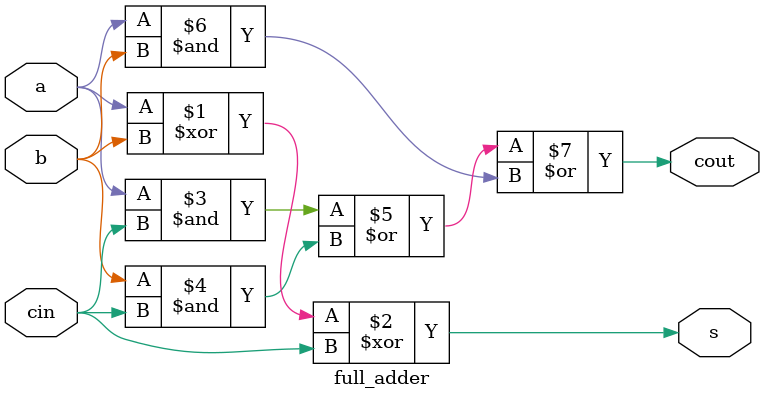
<source format=v>
module full_adder(
	input wire a,
	input wire b,
	input wire cin,
	output wire cout,
	output wire s
);

	assign s=a^b^cin;
	assign cout=(a&cin)|(b&cin)|(a&b);
endmodule
</source>
